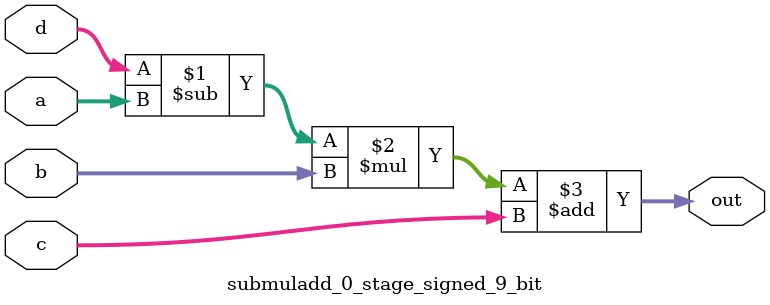
<source format=sv>
(* use_dsp = "yes" *) module submuladd_0_stage_signed_9_bit(
	input signed [8:0] a,
	input signed [8:0] b,
	input signed [8:0] c,
	input signed [8:0] d,
	output [8:0] out
	);

	assign out = ((d - a) * b) + c;
endmodule

</source>
